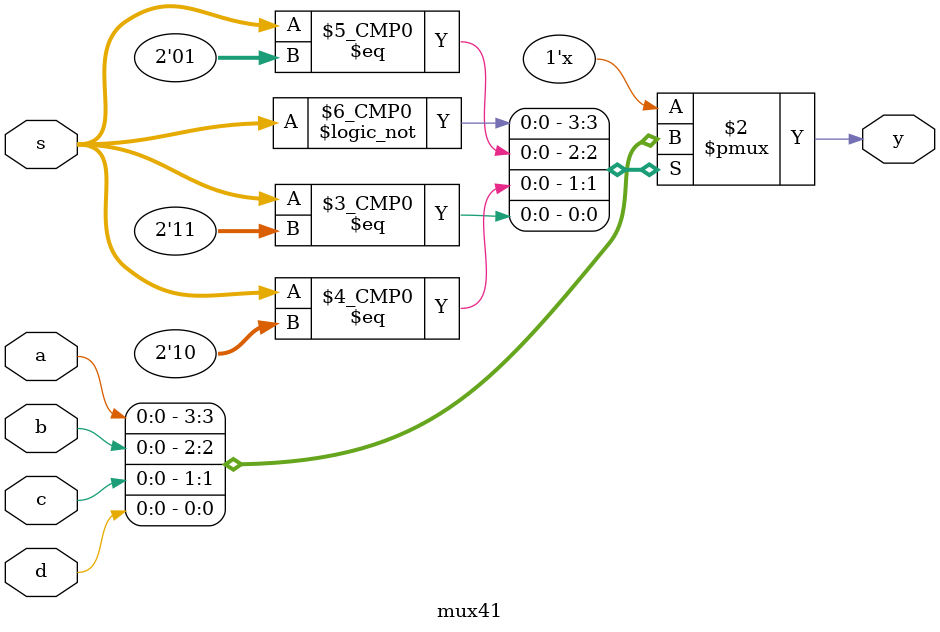
<source format=v>
`timescale 1ns / 1ps


module mux41(
    input a,b,c,d,
    input [1:0] s,
    output reg y
    );


always @(*)
    begin
        case(s)
            2'b00: y = a;
            2'b01: y = b;
            2'b10: y = c;
            2'b11: y = d;
        endcase
    end
endmodule 



</source>
